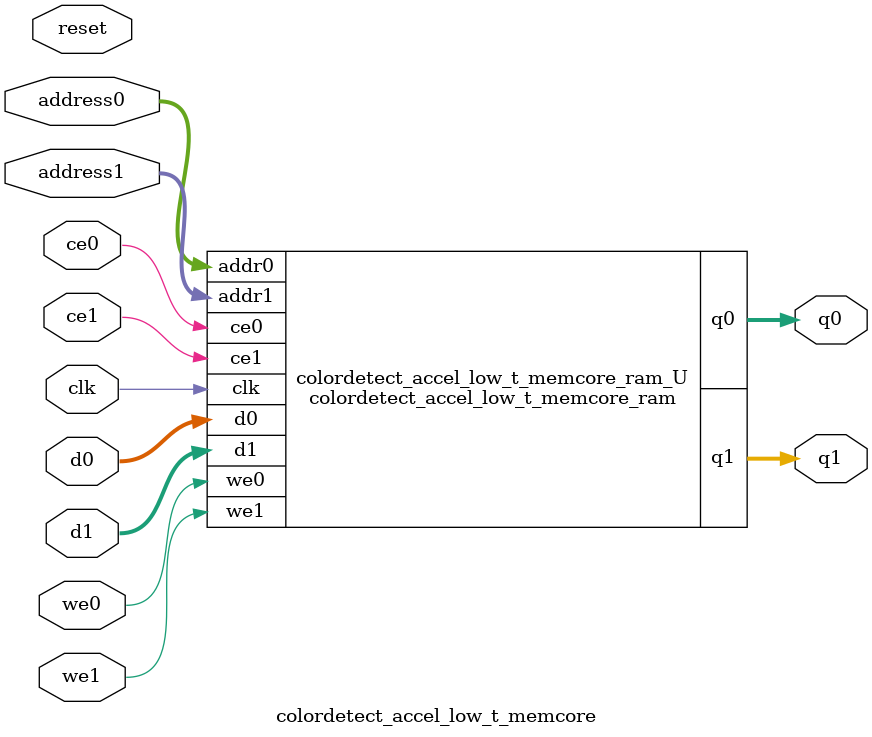
<source format=v>
`timescale 1 ns / 1 ps
module colordetect_accel_low_t_memcore_ram (addr0, ce0, d0, we0, q0, addr1, ce1, d1, we1, q1,  clk);

parameter DWIDTH = 8;
parameter AWIDTH = 5;
parameter MEM_SIZE = 18;

input[AWIDTH-1:0] addr0;
input ce0;
input[DWIDTH-1:0] d0;
input we0;
output reg[DWIDTH-1:0] q0;
input[AWIDTH-1:0] addr1;
input ce1;
input[DWIDTH-1:0] d1;
input we1;
output reg[DWIDTH-1:0] q1;
input clk;

reg [DWIDTH-1:0] ram[0:MEM_SIZE-1];




always @(posedge clk)  
begin 
    if (ce0) begin
        if (we0) 
            ram[addr0] <= d0; 
        q0 <= ram[addr0];
    end
end


always @(posedge clk)  
begin 
    if (ce1) begin
        if (we1) 
            ram[addr1] <= d1; 
        q1 <= ram[addr1];
    end
end


endmodule

`timescale 1 ns / 1 ps
module colordetect_accel_low_t_memcore(
    reset,
    clk,
    address0,
    ce0,
    we0,
    d0,
    q0,
    address1,
    ce1,
    we1,
    d1,
    q1);

parameter DataWidth = 32'd8;
parameter AddressRange = 32'd18;
parameter AddressWidth = 32'd5;
input reset;
input clk;
input[AddressWidth - 1:0] address0;
input ce0;
input we0;
input[DataWidth - 1:0] d0;
output[DataWidth - 1:0] q0;
input[AddressWidth - 1:0] address1;
input ce1;
input we1;
input[DataWidth - 1:0] d1;
output[DataWidth - 1:0] q1;



colordetect_accel_low_t_memcore_ram colordetect_accel_low_t_memcore_ram_U(
    .clk( clk ),
    .addr0( address0 ),
    .ce0( ce0 ),
    .we0( we0 ),
    .d0( d0 ),
    .q0( q0 ),
    .addr1( address1 ),
    .ce1( ce1 ),
    .we1( we1 ),
    .d1( d1 ),
    .q1( q1 ));

endmodule


</source>
